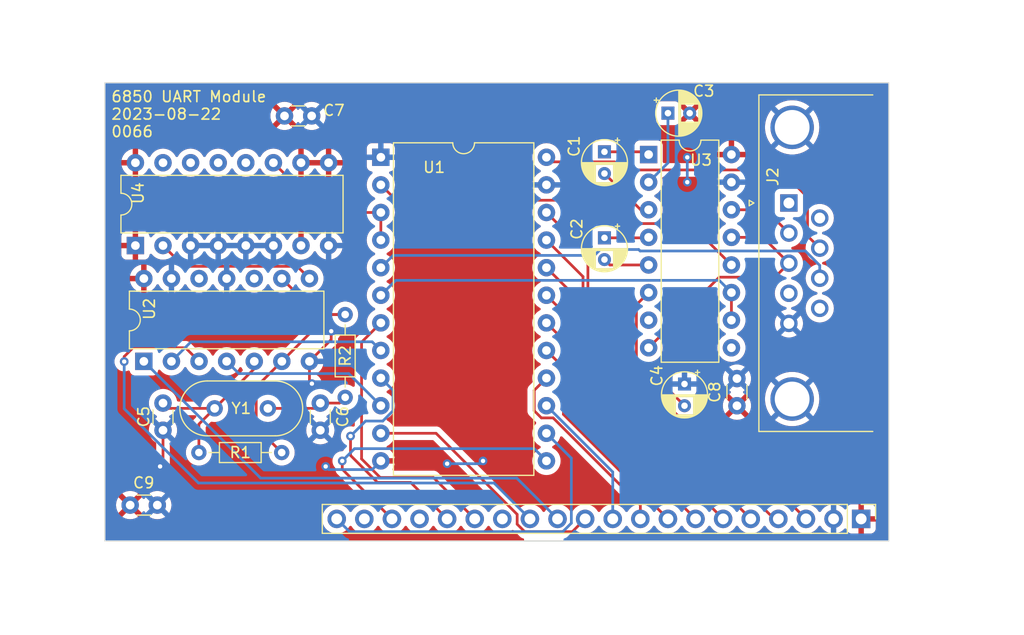
<source format=kicad_pcb>
(kicad_pcb (version 20221018) (generator pcbnew)
  (layers (0 "F.Cu" signal) (31 "B.Cu" signal) (34 "B.Paste" user) (35 "F.Paste" user) (36 "B.SilkS" user "B.Silkscreen") (37 "F.SilkS" user "F.Silkscreen") (38 "B.Mask" user) (39 "F.Mask" user) (44 "Edge.Cuts" user))
  (net 0 "")
  (net 1 "Net-(U3-C1+)")
  (net 2 "Net-(U3-C1-)")
  (net 3 "Net-(U3-C2+)")
  (net 4 "Net-(U3-C2-)")
  (net 5 "Net-(U3-VS+)")
  (net 6 "+5V")
  (net 7 "GND")
  (net 8 "Net-(U3-VS-)")
  (net 9 "Net-(C5-Pad1)")
  (net 10 "Net-(C6-Pad1)")
  (net 11 "D0")
  (net 12 "D1")
  (net 13 "D2")
  (net 14 "D3")
  (net 15 "D4")
  (net 16 "D5")
  (net 17 "D6")
  (net 18 "D7")
  (net 19 "A0")
  (net 20 "A1")
  (net 21 "A2")
  (net 22 "A3")
  (net 23 "~{INT}")
  (net 24 "~{CS}")
  (net 25 "~{RD}")
  (net 26 "~{WR}")
  (net 27 "~{RST}")
  (net 28 "CLK")
  (net 30 "Net-(U3-T1OUT)")
  (net 31 "Net-(U3-R1IN)")
  (net 34 "Net-(U1-~{CTS})")
  (net 35 "Net-(U1-~{RTS})")
  (net 37 "Net-(U1-Rx_Data)")
  (net 38 "Net-(U1-Rx_Clk)")
  (net 39 "Net-(U1-Tx_Data)")
  (net 40 "Net-(U1-CS0)")
  (net 41 "Net-(U1-CS1)")
  (net 42 "Net-(U4-CP)")
  (net 51 "Net-(R1-Pad2)")
  (footprint "Resistor_THT:R_Axial_DIN0204_L3.6mm_D1.6mm_P7.62mm_Horizontal" (layer "F.Cu") (at 41.671 55.616)
    (fp_text reference "R1" (at 3.81 0) (layer "F.SilkS"))
    (fp_text value "1M")
    (pad "1" thru_hole circle (at 0 0) (size 1.4 1.4) (drill 0.7) (layers "*.Cu" "*.Mask") (net 9 "Net-(C5-Pad1)"))
    (pad "2" thru_hole oval (at 7.62 0) (size 1.4 1.4) (drill 0.7) (layers "*.Cu" "*.Mask") (net 51 "Net-(R1-Pad2)"))
  )
  (footprint "Connector_Dsub:DSUB-9_Female_Horizontal_P2.77x2.84mm_EdgePinOffset4.94mm_Housed_MountingHolesOffset7.48mm" (layer "F.Cu") (at 95.966 32.651 90)
    (fp_text reference "J2" (at 2.425 -1.478 90) (layer "F.SilkS"))
    (fp_text value "DE9_Receptacle_MountingHoles")
    (pad "0" thru_hole circle (at -18.04 0.3 90) (size 4 4) (drill 3.2) (layers "*.Cu" "*.Mask") (net 7 "GND"))
    (pad "0" thru_hole circle (at 6.96 0.3 90) (size 4 4) (drill 3.2) (layers "*.Cu" "*.Mask") (net 7 "GND"))
    (pad "1" thru_hole rect (at 0 0 90) (size 1.6 1.6) (drill 1) (layers "*.Cu" "*.Mask"))
    (pad "2" thru_hole circle (at -2.77 0 90) (size 1.6 1.6) (drill 1) (layers "*.Cu" "*.Mask") (net 30 "Net-(U3-T1OUT)"))
    (pad "3" thru_hole circle (at -5.54 0 90) (size 1.6 1.6) (drill 1) (layers "*.Cu" "*.Mask") (net 31 "Net-(U3-R1IN)"))
    (pad "4" thru_hole circle (at -8.31 0 90) (size 1.6 1.6) (drill 1) (layers "*.Cu" "*.Mask"))
    (pad "5" thru_hole circle (at -11.08 0 90) (size 1.6 1.6) (drill 1) (layers "*.Cu" "*.Mask") (net 7 "GND"))
    (pad "6" thru_hole circle (at -1.385 2.84 90) (size 1.6 1.6) (drill 1) (layers "*.Cu" "*.Mask"))
    (pad "7" thru_hole circle (at -4.155 2.84 90) (size 1.6 1.6) (drill 1) (layers "*.Cu" "*.Mask") (net 34 "Net-(U1-~{CTS})"))
    (pad "8" thru_hole circle (at -6.925 2.84 90) (size 1.6 1.6) (drill 1) (layers "*.Cu" "*.Mask") (net 35 "Net-(U1-~{RTS})"))
    (pad "9" thru_hole circle (at -9.695 2.84 90) (size 1.6 1.6) (drill 1) (layers "*.Cu" "*.Mask"))
  )
  (footprint "Resistor_THT:R_Axial_DIN0204_L3.6mm_D1.6mm_P7.62mm_Horizontal" (layer "F.Cu") (at 55.133 50.536 90)
    (fp_text reference "R2" (at 3.81 0 90) (layer "F.SilkS"))
    (fp_text value "470")
    (pad "1" thru_hole circle (at 0 0 90) (size 1.4 1.4) (drill 0.7) (layers "*.Cu" "*.Mask") (net 10 "Net-(C6-Pad1)"))
    (pad "2" thru_hole oval (at 7.62 0 90) (size 1.4 1.4) (drill 0.7) (layers "*.Cu" "*.Mask") (net 51 "Net-(R1-Pad2)"))
  )
  (footprint "Package_DIP:DIP-14_W7.62mm" (layer "F.Cu") (at 36.606 47.224 90)
    (fp_text reference "U2" (at 4.826 0.508 90) (layer "F.SilkS"))
    (fp_text value "74HC14")
    (pad "1" thru_hole rect (at 0 0 90) (size 1.6 1.6) (drill 0.8) (layers "*.Cu" "*.Mask") (net 20 "A1"))
    (pad "2" thru_hole oval (at 0 2.54 90) (size 1.6 1.6) (drill 0.8) (layers "*.Cu" "*.Mask") (net 40 "Net-(U1-CS0)"))
    (pad "3" thru_hole oval (at 0 5.08 90) (size 1.6 1.6) (drill 0.8) (layers "*.Cu" "*.Mask") (net 21 "A2"))
    (pad "4" thru_hole oval (at 0 7.62 90) (size 1.6 1.6) (drill 0.8) (layers "*.Cu" "*.Mask") (net 41 "Net-(U1-CS1)"))
    (pad "5" thru_hole oval (at 0 10.16 90) (size 1.6 1.6) (drill 0.8) (layers "*.Cu" "*.Mask") (net 9 "Net-(C5-Pad1)"))
    (pad "6" thru_hole oval (at 0 12.7 90) (size 1.6 1.6) (drill 0.8) (layers "*.Cu" "*.Mask") (net 51 "Net-(R1-Pad2)"))
    (pad "7" thru_hole oval (at 0 15.24 90) (size 1.6 1.6) (drill 0.8) (layers "*.Cu" "*.Mask") (net 7 "GND"))
    (pad "8" thru_hole oval (at 7.62 15.24 90) (size 1.6 1.6) (drill 0.8) (layers "*.Cu" "*.Mask") (net 42 "Net-(U4-CP)"))
    (pad "9" thru_hole oval (at 7.62 12.7 90) (size 1.6 1.6) (drill 0.8) (layers "*.Cu" "*.Mask") (net 51 "Net-(R1-Pad2)"))
    (pad "10" thru_hole oval (at 7.62 10.16 90) (size 1.6 1.6) (drill 0.8) (layers "*.Cu" "*.Mask"))
    (pad "11" thru_hole oval (at 7.62 7.62 90) (size 1.6 1.6) (drill 0.8) (layers "*.Cu" "*.Mask") (net 7 "GND"))
    (pad "12" thru_hole oval (at 7.62 5.08 90) (size 1.6 1.6) (drill 0.8) (layers "*.Cu" "*.Mask"))
    (pad "13" thru_hole oval (at 7.62 2.54 90) (size 1.6 1.6) (drill 0.8) (layers "*.Cu" "*.Mask") (net 7 "GND"))
    (pad "14" thru_hole oval (at 7.62 0 90) (size 1.6 1.6) (drill 0.8) (layers "*.Cu" "*.Mask") (net 6 "+5V"))
  )
  (footprint "Capacitor_THT:C_Disc_D3.0mm_W1.6mm_P2.50mm" (layer "F.Cu") (at 52.847 51.064 -90)
    (fp_text reference "C6" (at 1.25 -2.05 90) (layer "F.SilkS"))
    (fp_text value "22pF")
    (pad "1" thru_hole circle (at 0 0 270) (size 1.6 1.6) (drill 0.8) (layers "*.Cu" "*.Mask") (net 10 "Net-(C6-Pad1)"))
    (pad "2" thru_hole circle (at 2.5 0 270) (size 1.6 1.6) (drill 0.8) (layers "*.Cu" "*.Mask") (net 7 "GND"))
  )
  (footprint "Capacitor_THT:CP_Radial_D4.0mm_P2.00mm" (layer "F.Cu") (at 86.36 49.308 -90)
    (fp_text reference "C4" (at -0.762 2.54 90) (layer "F.SilkS"))
    (fp_text value "1µF")
    (pad "1" thru_hole rect (at 0 0 270) (size 1.2 1.2) (drill 0.6) (layers "*.Cu" "*.Mask") (net 7 "GND"))
    (pad "2" thru_hole circle (at 2 0 270) (size 1.2 1.2) (drill 0.6) (layers "*.Cu" "*.Mask") (net 8 "Net-(U3-VS-)"))
  )
  (footprint "Capacitor_THT:CP_Radial_D4.0mm_P2.00mm" (layer "F.Cu") (at 78.994 35.857401 -90)
    (fp_text reference "C2" (at -0.805401 2.54 90) (layer "F.SilkS"))
    (fp_text value "1µF")
    (pad "1" thru_hole rect (at 0 0 270) (size 1.2 1.2) (drill 0.6) (layers "*.Cu" "*.Mask") (net 3 "Net-(U3-C2+)"))
    (pad "2" thru_hole circle (at 2 0 270) (size 1.2 1.2) (drill 0.6) (layers "*.Cu" "*.Mask") (net 4 "Net-(U3-C2-)"))
  )
  (footprint "Package_DIP:DIP-16_W7.62mm" (layer "F.Cu") (at 35.829 36.566 90)
    (fp_text reference "U4" (at 4.826 0.254 90) (layer "F.SilkS"))
    (fp_text value "74LS163")
    (pad "1" thru_hole rect (at 0 0 90) (size 1.6 1.6) (drill 0.8) (layers "*.Cu" "*.Mask") (net 6 "+5V"))
    (pad "2" thru_hole oval (at 0 2.54 90) (size 1.6 1.6) (drill 0.8) (layers "*.Cu" "*.Mask") (net 42 "Net-(U4-CP)"))
    (pad "3" thru_hole oval (at 0 5.08 90) (size 1.6 1.6) (drill 0.8) (layers "*.Cu" "*.Mask") (net 7 "GND"))
    (pad "4" thru_hole oval (at 0 7.62 90) (size 1.6 1.6) (drill 0.8) (layers "*.Cu" "*.Mask") (net 7 "GND"))
    (pad "5" thru_hole oval (at 0 10.16 90) (size 1.6 1.6) (drill 0.8) (layers "*.Cu" "*.Mask") (net 7 "GND"))
    (pad "6" thru_hole oval (at 0 12.7 90) (size 1.6 1.6) (drill 0.8) (layers "*.Cu" "*.Mask") (net 7 "GND"))
    (pad "7" thru_hole oval (at 0 15.24 90) (size 1.6 1.6) (drill 0.8) (layers "*.Cu" "*.Mask") (net 6 "+5V"))
    (pad "8" thru_hole oval (at 0 17.78 90) (size 1.6 1.6) (drill 0.8) (layers "*.Cu" "*.Mask") (net 7 "GND"))
    (pad "9" thru_hole oval (at 7.62 17.78 90) (size 1.6 1.6) (drill 0.8) (layers "*.Cu" "*.Mask") (net 6 "+5V"))
    (pad "10" thru_hole oval (at 7.62 15.24 90) (size 1.6 1.6) (drill 0.8) (layers "*.Cu" "*.Mask") (net 6 "+5V"))
    (pad "11" thru_hole oval (at 7.62 12.7 90) (size 1.6 1.6) (drill 0.8) (layers "*.Cu" "*.Mask") (net 38 "Net-(U1-Rx_Clk)"))
    (pad "12" thru_hole oval (at 7.62 10.16 90) (size 1.6 1.6) (drill 0.8) (layers "*.Cu" "*.Mask"))
    (pad "13" thru_hole oval (at 7.62 7.62 90) (size 1.6 1.6) (drill 0.8) (layers "*.Cu" "*.Mask"))
    (pad "14" thru_hole oval (at 7.62 5.08 90) (size 1.6 1.6) (drill 0.8) (layers "*.Cu" "*.Mask"))
    (pad "15" thru_hole oval (at 7.62 2.54 90) (size 1.6 1.6) (drill 0.8) (layers "*.Cu" "*.Mask"))
    (pad "16" thru_hole oval (at 7.62 0 90) (size 1.6 1.6) (drill 0.8) (layers "*.Cu" "*.Mask") (net 6 "+5V"))
  )
  (footprint "Capacitor_THT:CP_Radial_D4.0mm_P2.00mm" (layer "F.Cu") (at 84.836 24.384)
    (fp_text reference "C3" (at 3.302 -2.032) (layer "F.SilkS"))
    (fp_text value "1µF")
    (pad "1" thru_hole rect (at 0 0) (size 1.2 1.2) (drill 0.6) (layers "*.Cu" "*.Mask") (net 5 "Net-(U3-VS+)"))
    (pad "2" thru_hole circle (at 2 0) (size 1.2 1.2) (drill 0.6) (layers "*.Cu" "*.Mask") (net 6 "+5V"))
  )
  (footprint "Capacitor_THT:C_Disc_D3.0mm_W1.6mm_P2.50mm" (layer "F.Cu") (at 91.186 51.308 90)
    (fp_text reference "C8" (at 1.25 -2.05 90) (layer "F.SilkS"))
    (fp_text value "100nF")
    (pad "1" thru_hole circle (at 0 0 90) (size 1.6 1.6) (drill 0.8) (layers "*.Cu" "*.Mask") (net 6 "+5V"))
    (pad "2" thru_hole circle (at 2.5 0 90) (size 1.6 1.6) (drill 0.8) (layers "*.Cu" "*.Mask") (net 7 "GND"))
  )
  (footprint "Package_DIP:DIP-24_W15.24mm" (layer "F.Cu") (at 58.415 28.443)
    (fp_text reference "U1" (at 4.906 0.928) (layer "F.SilkS"))
    (fp_text value "EF6850P")
    (pad "1" thru_hole rect (at 0 0) (size 1.6 1.6) (drill 0.8) (layers "*.Cu" "*.Mask") (net 7 "GND"))
    (pad "2" thru_hole oval (at 0 2.54) (size 1.6 1.6) (drill 0.8) (layers "*.Cu" "*.Mask") (net 37 "Net-(U1-Rx_Data)"))
    (pad "3" thru_hole oval (at 0 5.08) (size 1.6 1.6) (drill 0.8) (layers "*.Cu" "*.Mask") (net 38 "Net-(U1-Rx_Clk)"))
    (pad "4" thru_hole oval (at 0 7.62) (size 1.6 1.6) (drill 0.8) (layers "*.Cu" "*.Mask") (net 38 "Net-(U1-Rx_Clk)"))
    (pad "5" thru_hole oval (at 0 10.16) (size 1.6 1.6) (drill 0.8) (layers "*.Cu" "*.Mask") (net 35 "Net-(U1-~{RTS})"))
    (pad "6" thru_hole oval (at 0 12.7) (size 1.6 1.6) (drill 0.8) (layers "*.Cu" "*.Mask") (net 39 "Net-(U1-Tx_Data)"))
    (pad "7" thru_hole oval (at 0 15.24) (size 1.6 1.6) (drill 0.8) (layers "*.Cu" "*.Mask") (net 23 "~{INT}"))
    (pad "8" thru_hole oval (at 0 17.78) (size 1.6 1.6) (drill 0.8) (layers "*.Cu" "*.Mask") (net 40 "Net-(U1-CS0)"))
    (pad "9" thru_hole oval (at 0 20.32) (size 1.6 1.6) (drill 0.8) (layers "*.Cu" "*.Mask") (net 24 "~{CS}"))
    (pad "10" thru_hole oval (at 0 22.86) (size 1.6 1.6) (drill 0.8) (layers "*.Cu" "*.Mask") (net 41 "Net-(U1-CS1)"))
    (pad "11" thru_hole oval (at 0 25.4) (size 1.6 1.6) (drill 0.8) (layers "*.Cu" "*.Mask") (net 19 "A0"))
    (pad "12" thru_hole oval (at 0 27.94) (size 1.6 1.6) (drill 0.8) (layers "*.Cu" "*.Mask") (net 6 "+5V"))
    (pad "13" thru_hole oval (at 15.24 27.94) (size 1.6 1.6) (drill 0.8) (layers "*.Cu" "*.Mask") (net 26 "~{WR}"))
    (pad "14" thru_hole oval (at 15.24 25.4) (size 1.6 1.6) (drill 0.8) (layers "*.Cu" "*.Mask") (net 28 "CLK"))
    (pad "15" thru_hole oval (at 15.24 22.86) (size 1.6 1.6) (drill 0.8) (layers "*.Cu" "*.Mask") (net 18 "D7"))
    (pad "16" thru_hole oval (at 15.24 20.32) (size 1.6 1.6) (drill 0.8) (layers "*.Cu" "*.Mask") (net 17 "D6"))
    (pad "17" thru_hole oval (at 15.24 17.78) (size 1.6 1.6) (drill 0.8) (layers "*.Cu" "*.Mask") (net 16 "D5"))
    (pad "18" thru_hole oval (at 15.24 15.24) (size 1.6 1.6) (drill 0.8) (layers "*.Cu" "*.Mask") (net 15 "D4"))
    (pad "19" thru_hole oval (at 15.24 12.7) (size 1.6 1.6) (drill 0.8) (layers "*.Cu" "*.Mask") (net 14 "D3"))
    (pad "20" thru_hole oval (at 15.24 10.16) (size 1.6 1.6) (drill 0.8) (layers "*.Cu" "*.Mask") (net 13 "D2"))
    (pad "21" thru_hole oval (at 15.24 7.62) (size 1.6 1.6) (drill 0.8) (layers "*.Cu" "*.Mask") (net 12 "D1"))
    (pad "22" thru_hole oval (at 15.24 5.08) (size 1.6 1.6) (drill 0.8) (layers "*.Cu" "*.Mask") (net 11 "D0"))
    (pad "23" thru_hole oval (at 15.24 2.54) (size 1.6 1.6) (drill 0.8) (layers "*.Cu" "*.Mask") (net 7 "GND"))
    (pad "24" thru_hole oval (at 15.24 0) (size 1.6 1.6) (drill 0.8) (layers "*.Cu" "*.Mask") (net 34 "Net-(U1-~{CTS})"))
  )
  (footprint "Capacitor_THT:C_Disc_D3.0mm_W1.6mm_P2.50mm" (layer "F.Cu") (at 49.55 24.638)
    (fp_text reference "C7" (at 4.552 -0.508) (layer "F.SilkS"))
    (fp_text value "100nF")
    (pad "1" thru_hole circle (at 0 0) (size 1.6 1.6) (drill 0.8) (layers "*.Cu" "*.Mask") (net 6 "+5V"))
    (pad "2" thru_hole circle (at 2.5 0) (size 1.6 1.6) (drill 0.8) (layers "*.Cu" "*.Mask") (net 7 "GND"))
  )
  (footprint "Capacitor_THT:C_Disc_D3.0mm_W1.6mm_P2.50mm" (layer "F.Cu") (at 38.369 51.064 -90)
    (fp_text reference "C5" (at 1.25 1.778 90) (layer "F.SilkS"))
    (fp_text value "22pF")
    (pad "1" thru_hole circle (at 0 0 270) (size 1.6 1.6) (drill 0.8) (layers "*.Cu" "*.Mask") (net 9 "Net-(C5-Pad1)"))
    (pad "2" thru_hole circle (at 2.5 0 270) (size 1.6 1.6) (drill 0.8) (layers "*.Cu" "*.Mask") (net 7 "GND"))
  )
  (footprint "Crystal:Crystal_HC18-U_Vertical" (layer "F.Cu") (at 43.121 51.552)
    (fp_text reference "Y1" (at 2.45 0) (layer "F.SilkS"))
    (fp_text value "3.6864MHz")
    (pad "1" thru_hole circle (at 0 0) (size 1.5 1.5) (drill 0.8) (layers "*.Cu" "*.Mask") (net 9 "Net-(C5-Pad1)"))
    (pad "2" thru_hole circle (at 4.9 0) (size 1.5 1.5) (drill 0.8) (layers "*.Cu" "*.Mask") (net 10 "Net-(C6-Pad1)"))
  )
  (footprint "Capacitor_THT:C_Disc_D3.0mm_W1.6mm_P2.50mm" (layer "F.Cu") (at 35.346 60.452)
    (fp_text reference "C9" (at 1.25 -2.05) (layer "F.SilkS"))
    (fp_text value "100nF")
    (pad "1" thru_hole circle (at 0 0) (size 1.6 1.6) (drill 0.8) (layers "*.Cu" "*.Mask") (net 6 "+5V"))
    (pad "2" thru_hole circle (at 2.5 0) (size 1.6 1.6) (drill 0.8) (layers "*.Cu" "*.Mask") (net 7 "GND"))
  )
  (footprint "Package_DIP:DIP-16_W7.62mm" (layer "F.Cu") (at 83.058 28.194)
    (fp_text reference "U3" (at 4.826 0.508) (layer "F.SilkS"))
    (fp_text value "MAX232")
    (pad "1" thru_hole rect (at 0 0) (size 1.6 1.6) (drill 0.8) (layers "*.Cu" "*.Mask") (net 1 "Net-(U3-C1+)"))
    (pad "2" thru_hole oval (at 0 2.54) (size 1.6 1.6) (drill 0.8) (layers "*.Cu" "*.Mask") (net 5 "Net-(U3-VS+)"))
    (pad "3" thru_hole oval (at 0 5.08) (size 1.6 1.6) (drill 0.8) (layers "*.Cu" "*.Mask") (net 2 "Net-(U3-C1-)"))
    (pad "4" thru_hole oval (at 0 7.62) (size 1.6 1.6) (drill 0.8) (layers "*.Cu" "*.Mask") (net 3 "Net-(U3-C2+)"))
    (pad "5" thru_hole oval (at 0 10.16) (size 1.6 1.6) (drill 0.8) (layers "*.Cu" "*.Mask") (net 4 "Net-(U3-C2-)"))
    (pad "6" thru_hole oval (at 0 12.7) (size 1.6 1.6) (drill 0.8) (layers "*.Cu" "*.Mask") (net 8 "Net-(U3-VS-)"))
    (pad "7" thru_hole oval (at 0 15.24) (size 1.6 1.6) (drill 0.8) (layers "*.Cu" "*.Mask"))
    (pad "8" thru_hole oval (at 0 17.78) (size 1.6 1.6) (drill 0.8) (layers "*.Cu" "*.Mask") (net 31 "Net-(U3-R1IN)"))
    (pad "9" thru_hole oval (at 7.62 17.78) (size 1.6 1.6) (drill 0.8) (layers "*.Cu" "*.Mask"))
    (pad "10" thru_hole oval (at 7.62 15.24) (size 1.6 1.6) (drill 0.8) (layers "*.Cu" "*.Mask") (net 39 "Net-(U1-Tx_Data)"))
    (pad "11" thru_hole oval (at 7.62 12.7) (size 1.6 1.6) (drill 0.8) (layers "*.Cu" "*.Mask") (net 39 "Net-(U1-Tx_Data)"))
    (pad "12" thru_hole oval (at 7.62 10.16) (size 1.6 1.6) (drill 0.8) (layers "*.Cu" "*.Mask") (net 37 "Net-(U1-Rx_Data)"))
    (pad "13" thru_hole oval (at 7.62 7.62) (size 1.6 1.6) (drill 0.8) (layers "*.Cu" "*.Mask") (net 31 "Net-(U3-R1IN)"))
    (pad "14" thru_hole oval (at 7.62 5.08) (size 1.6 1.6) (drill 0.8) (layers "*.Cu" "*.Mask") (net 30 "Net-(U3-T1OUT)"))
    (pad "15" thru_hole oval (at 7.62 2.54) (size 1.6 1.6) (drill 0.8) (layers "*.Cu" "*.Mask") (net 7 "GND"))
    (pad "16" thru_hole oval (at 7.62 0) (size 1.6 1.6) (drill 0.8) (layers "*.Cu" "*.Mask") (net 6 "+5V"))
  )
  (footprint "Connector_PinHeader_2.54mm:PinHeader_1x20_P2.54mm_Vertical" (layer "F.Cu") (at 102.616 61.722 -90)
    (fp_text reference "J1" hide)
    (fp_text value "Conn_01x20" hide)
    (pad "1" thru_hole rect (at 0 0 270) (size 1.7 1.7) (drill 1) (layers "*.Cu" "*.Mask") (net 6 "+5V"))
    (pad "2" thru_hole oval (at 0 2.54 270) (size 1.7 1.7) (drill 1) (layers "*.Cu" "*.Mask") (net 7 "GND"))
    (pad "3" thru_hole oval (at 0 5.08 270) (size 1.7 1.7) (drill 1) (layers "*.Cu" "*.Mask") (net 11 "D0"))
    (pad "4" thru_hole oval (at 0 7.62 270) (size 1.7 1.7) (drill 1) (layers "*.Cu" "*.Mask") (net 12 "D1"))
    (pad "5" thru_hole oval (at 0 10.16 270) (size 1.7 1.7) (drill 1) (layers "*.Cu" "*.Mask") (net 13 "D2"))
    (pad "6" thru_hole oval (at 0 12.7 270) (size 1.7 1.7) (drill 1) (layers "*.Cu" "*.Mask") (net 14 "D3"))
    (pad "7" thru_hole oval (at 0 15.24 270) (size 1.7 1.7) (drill 1) (layers "*.Cu" "*.Mask") (net 15 "D4"))
    (pad "8" thru_hole oval (at 0 17.78 270) (size 1.7 1.7) (drill 1) (layers "*.Cu" "*.Mask") (net 16 "D5"))
    (pad "9" thru_hole oval (at 0 20.32 270) (size 1.7 1.7) (drill 1) (layers "*.Cu" "*.Mask") (net 17 "D6"))
    (pad "10" thru_hole oval (at 0 22.86 270) (size 1.7 1.7) (drill 1) (layers "*.Cu" "*.Mask") (net 18 "D7"))
    (pad "11" thru_hole oval (at 0 25.4 270) (size 1.7 1.7) (drill 1) (layers "*.Cu" "*.Mask") (net 19 "A0"))
    (pad "12" thru_hole oval (at 0 27.94 270) (size 1.7 1.7) (drill 1) (layers "*.Cu" "*.Mask") (net 20 "A1"))
    (pad "13" thru_hole oval (at 0 30.48 270) (size 1.7 1.7) (drill 1) (layers "*.Cu" "*.Mask") (net 21 "A2"))
    (pad "14" thru_hole oval (at 0 33.02 270) (size 1.7 1.7) (drill 1) (layers "*.Cu" "*.Mask") (net 22 "A3"))
    (pad "15" thru_hole oval (at 0 35.56 270) (size 1.7 1.7) (drill 1) (layers "*.Cu" "*.Mask") (net 23 "~{INT}"))
    (pad "16" thru_hole oval (at 0 38.1 270) (size 1.7 1.7) (drill 1) (layers "*.Cu" "*.Mask") (net 24 "~{CS}"))
    (pad "17" thru_hole oval (at 0 40.64 270) (size 1.7 1.7) (drill 1) (layers "*.Cu" "*.Mask") (net 25 "~{RD}"))
    (pad "18" thru_hole oval (at 0 43.18 270) (size 1.7 1.7) (drill 1) (layers "*.Cu" "*.Mask") (net 26 "~{WR}"))
    (pad "19" thru_hole oval (at 0 45.72 270) (size 1.7 1.7) (drill 1) (layers "*.Cu" "*.Mask") (net 27 "~{RST}"))
    (pad "20" thru_hole oval (at 0 48.26 270) (size 1.7 1.7) (drill 1) (layers "*.Cu" "*.Mask") (net 28 "CLK"))
  )
  (footprint "Capacitor_THT:CP_Radial_D4.0mm_P2.00mm" (layer "F.Cu") (at 78.994 27.94 -90)
    (fp_text reference "C1" (at -0.508 2.794 90) (layer "F.SilkS"))
    (fp_text value "1µF")
    (pad "1" thru_hole rect (at 0 0 270) (size 1.2 1.2) (drill 0.6) (layers "*.Cu" "*.Mask") (net 1 "Net-(U3-C1+)"))
    (pad "2" thru_hole circle (at 2 0 270) (size 1.2 1.2) (drill 0.6) (layers "*.Cu" "*.Mask") (net 2 "Net-(U3-C1-)"))
  )
  (gr_rect (start 33.02 21.59) (end 105.156 63.754) (stroke (width 0.1)) (fill none) (layer "Edge.Cuts"))
  (gr_text "6850 UART Module\n2023-08-22\n0066" (at 33.528 26.67) (layer "F.SilkS") (effects (font (size 1 1)) (justify left bottom)))
  (segment (start 78.994 27.94) (end 82.804 27.94) (width 0.25) (layer "F.Cu") (net 1))
  (segment (start 82.804 27.94) (end 83.058 28.194) (width 0.25) (layer "F.Cu") (net 1))
  (segment (start 78.994 29.94) (end 82.328 33.274) (width 0.25) (layer "F.Cu") (net 2))
  (segment (start 82.328 33.274) (end 83.058 33.274) (width 0.25) (layer "F.Cu") (net 2))
  (segment (start 83.014599 35.857401) (end 83.058 35.814) (width 0.25) (layer "F.Cu") (net 3))
  (segment (start 78.994 35.857401) (end 83.014599 35.857401) (width 0.25) (layer "F.Cu") (net 3))
  (segment (start 79.490599 38.354) (end 78.994 37.857401) (width 0.25) (layer "F.Cu") (net 4))
  (segment (start 83.058 38.354) (end 79.490599 38.354) (width 0.25) (layer "F.Cu") (net 4))
  (segment (start 84.836 24.384) (end 84.836 28.956) (width 0.25) (layer "B.Cu") (net 5))
  (segment (start 84.836 28.956) (end 83.058 30.734) (width 0.25) (layer "B.Cu") (net 5))
  (via (at 67.818 56.388) (size 0.8) (drill 0.4) (layers "F.Cu" "B.Cu") (net 6))
  (via (at 53.34 56.896) (size 0.8) (drill 0.4) (layers "F.Cu" "B.Cu") (net 6))
  (via (at 86.614 28.448) (size 0.8) (drill 0.4) (layers "F.Cu" "B.Cu") (net 6))
  (via (at 86.614 30.734) (size 0.8) (drill 0.4) (layers "F.Cu" "B.Cu") (net 6))
  (via (at 64.516 56.642) (size 0.8) (drill 0.4) (layers "F.Cu" "B.Cu") (net 6))
  (segment (start 64.516 56.642) (end 67.564 56.642) (width 0.25) (layer "B.Cu") (net 6))
  (segment (start 58.415 56.383) (end 57.615001 57.182999) (width 0.25) (layer "B.Cu") (net 6))
  (segment (start 57.615001 57.182999) (end 53.626999 57.182999) (width 0.25) (layer "B.Cu") (net 6))
  (segment (start 53.626999 57.182999) (end 53.34 56.896) (width 0.25) (layer "B.Cu") (net 6))
  (segment (start 67.564 56.642) (end 67.818 56.388) (width 0.25) (layer "B.Cu") (net 6))
  (segment (start 86.614 28.448) (end 86.614 30.734) (width 0.25) (layer "B.Cu") (net 6))
  (segment (start 51.846 49.052) (end 52.07 49.276) (width 0.25) (layer "F.Cu") (net 7))
  (segment (start 51.846 47.224) (end 53.848 45.222) (width 0.25) (layer "F.Cu") (net 7))
  (segment (start 53.848 45.222) (end 53.848 44.45) (width 0.25) (layer "F.Cu") (net 7))
  (segment (start 51.846 47.224) (end 51.846 49.052) (width 0.25) (layer "F.Cu") (net 7))
  (segment (start 38.369 53.564) (end 38.369 56.627) (width 0.25) (layer "F.Cu") (net 7))
  (segment (start 38.369 56.627) (end 38.1 56.896) (width 0.25) (layer "F.Cu") (net 7))
  (via (at 52.07 49.276) (size 0.8) (drill 0.4) (layers "F.Cu" "B.Cu") (net 7))
  (via (at 53.848 44.45) (size 0.8) (drill 0.4) (layers "F.Cu" "B.Cu") (net 7))
  (via (at 38.1 56.896) (size 0.8) (drill 0.4) (layers "F.Cu" "B.Cu") (net 7))
  (segment (start 86.36 51.308) (end 81.933 46.881) (width 0.25) (layer "F.Cu") (net 8))
  (segment (start 81.933 46.881) (end 81.933 42.019) (width 0.25) (layer "F.Cu") (net 8))
  (segment (start 81.933 42.019) (end 83.058 40.894) (width 0.25) (layer "F.Cu") (net 8))
  (segment (start 46.766 47.907) (end 46.766 47.224) (width 0.25) (layer "F.Cu") (net 9))
  (segment (start 41.671 53.002) (end 43.121 51.552) (width 0.25) (layer "F.Cu") (net 9))
  (segment (start 43.121 51.552) (end 38.857 51.552) (width 0.25) (layer "F.Cu") (net 9))
  (segment (start 38.857 51.552) (end 38.369 51.064) (width 0.25) (layer "F.Cu") (net 9))
  (segment (start 41.671 55.616) (end 41.671 53.002) (width 0.25) (layer "F.Cu") (net 9))
  (segment (start 43.121 51.552) (end 46.766 47.907) (width 0.25) (layer "F.Cu") (net 9))
  (segment (start 52.359 51.552) (end 52.847 51.064) (width 0.25) (layer "F.Cu") (net 10))
  (segment (start 54.605 51.064) (end 55.133 50.536) (width 0.25) (layer "F.Cu") (net 10))
  (segment (start 52.847 51.064) (end 54.605 51.064) (width 0.25) (layer "F.Cu") (net 10))
  (segment (start 48.021 51.552) (end 52.359 51.552) (width 0.25) (layer "F.Cu") (net 10))
  (segment (start 85.761 52.233) (end 77.47 43.942) (width 0.25) (layer "F.Cu") (net 11))
  (segment (start 88.047 52.233) (end 85.761 52.233) (width 0.25) (layer "F.Cu") (net 11))
  (segment (start 77.47 37.338) (end 73.655 33.523) (width 0.25) (layer "F.Cu") (net 11))
  (segment (start 77.47 43.942) (end 77.47 37.338) (width 0.25) (layer "F.Cu") (net 11))
  (segment (start 97.536 61.722) (end 88.047 52.233) (width 0.25) (layer "F.Cu") (net 11))
  (segment (start 77.02 39.428) (end 77.02 44.128396) (width 0.25) (layer "F.Cu") (net 12))
  (segment (start 94.613604 61.722) (end 94.996 61.722) (width 0.25) (layer "F.Cu") (net 12))
  (segment (start 77.02 44.128396) (end 94.613604 61.722) (width 0.25) (layer "F.Cu") (net 12))
  (segment (start 73.655 36.063) (end 77.02 39.428) (width 0.25) (layer "F.Cu") (net 12))
  (segment (start 92.456 61.722) (end 76.57 45.836) (width 0.25) (layer "F.Cu") (net 13))
  (segment (start 76.57 45.836) (end 76.57 41.518) (width 0.25) (layer "F.Cu") (net 13))
  (segment (start 76.57 41.518) (end 73.655 38.603) (width 0.25) (layer "F.Cu") (net 13))
  (segment (start 73.655 41.143) (end 76.12 43.608) (width 0.25) (layer "F.Cu") (net 14))
  (segment (start 76.12 43.608) (end 76.12 47.926) (width 0.25) (layer "F.Cu") (net 14))
  (segment (start 76.12 47.926) (end 89.916 61.722) (width 0.25) (layer "F.Cu") (net 14))
  (segment (start 75.67 45.698) (end 73.655 43.683) (width 0.25) (layer "F.Cu") (net 15))
  (segment (start 75.67 50.016) (end 75.67 45.698) (width 0.25) (layer "F.Cu") (net 15))
  (segment (start 87.376 61.722) (end 75.67 50.016) (width 0.25) (layer "F.Cu") (net 15))
  (segment (start 75.22 47.788) (end 75.22 52.106) (width 0.25) (layer "F.Cu") (net 16))
  (segment (start 75.22 52.106) (end 84.836 61.722) (width 0.25) (layer "F.Cu") (net 16))
  (segment (start 73.655 46.223) (end 75.22 47.788) (width 0.25) (layer "F.Cu") (net 16))
  (segment (start 72.53 51.768991) (end 73.189009 52.428) (width 0.25) (layer "F.Cu") (net 17))
  (segment (start 72.53 49.888) (end 72.53 51.768991) (width 0.25) (layer "F.Cu") (net 17))
  (segment (start 82.296 60.452) (end 82.296 61.722) (width 0.25) (layer "F.Cu") (net 17))
  (segment (start 74.272 52.428) (end 82.296 60.452) (width 0.25) (layer "F.Cu") (net 17))
  (segment (start 73.189009 52.428) (end 74.272 52.428) (width 0.25) (layer "F.Cu") (net 17))
  (segment (start 73.655 48.763) (end 72.53 49.888) (width 0.25) (layer "F.Cu") (net 17))
  (segment (start 79.756 61.722) (end 79.756 57.404) (width 0.25) (layer "B.Cu") (net 18))
  (segment (start 79.756 57.404) (end 73.655 51.303) (width 0.25) (layer "B.Cu") (net 18))
  (segment (start 70.961 62.208701) (end 70.961 61.309) (width 0.25) (layer "F.Cu") (net 19))
  (segment (start 76.041 62.897) (end 71.649299 62.897) (width 0.25) (layer "F.Cu") (net 19))
  (segment (start 70.961 61.309) (end 63.495 53.843) (width 0.25) (layer "F.Cu") (net 19))
  (segment (start 77.216 61.722) (end 76.041 62.897) (width 0.25) (layer "F.Cu") (net 19))
  (segment (start 63.495 53.843) (end 58.415 53.843) (width 0.25) (layer "F.Cu") (net 19))
  (segment (start 71.649299 62.897) (end 70.961 62.208701) (width 0.25) (layer "F.Cu") (net 19))
  (segment (start 74.676 61.722) (end 70.924 57.97) (width 0.25) (layer "B.Cu") (net 20))
  (segment (start 47.352 57.97) (end 36.606 47.224) (width 0.25) (layer "B.Cu") (net 20))
  (segment (start 70.924 57.97) (end 47.352 57.97) (width 0.25) (layer "B.Cu") (net 20))
  (segment (start 35.606 45.974) (end 40.436 45.974) (width 0.25) (layer "F.Cu") (net 21))
  (segment (start 34.798 46.782) (end 35.606 45.974) (width 0.25) (layer "F.Cu") (net 21))
  (segment (start 34.798 47.244) (end 34.798 46.782) (width 0.25) (layer "F.Cu") (net 21))
  (segment (start 40.436 45.974) (end 41.686 47.224) (width 0.25) (layer "F.Cu") (net 21))
  (via (at 34.798 47.244) (size 0.8) (drill 0.4) (layers "F.Cu" "B.Cu") (net 21))
  (segment (start 41.634009 58.42) (end 34.798 51.583991) (width 0.25) (layer "B.Cu") (net 21))
  (segment (start 68.834 58.42) (end 41.634009 58.42) (width 0.25) (layer "B.Cu") (net 21))
  (segment (start 72.136 61.722) (end 68.834 58.42) (width 0.25) (layer "B.Cu") (net 21))
  (segment (start 34.798 51.583991) (end 34.798 47.244) (width 0.25) (layer "B.Cu") (net 21))
  (segment (start 56.642 56.200991) (end 56.642 45.456) (width 0.25) (layer "F.Cu") (net 23))
  (segment (start 63.246 57.912) (end 58.353009 57.912) (width 0.25) (layer "F.Cu") (net 23))
  (segment (start 67.056 61.722) (end 63.246 57.912) (width 0.25) (layer "F.Cu") (net 23))
  (segment (start 56.642 45.456) (end 58.415 43.683) (width 0.25) (layer "F.Cu") (net 23))
  (segment (start 58.353009 57.912) (end 56.642 56.200991) (width 0.25) (layer "F.Cu") (net 23))
  (segment (start 55.626 55.88) (end 55.626 54.102) (width 0.25) (layer "F.Cu") (net 24))
  (segment (start 58.108 58.362) (end 55.626 55.88) (width 0.25) (layer "F.Cu") (net 24))
  (segment (start 64.516 61.722) (end 61.156 58.362) (width 0.25) (layer "F.Cu") (net 24))
  (segment (start 61.156 58.362) (end 58.108 58.362) (width 0.25) (layer "F.Cu") (net 24))
  (via (at 55.626 54.102) (size 0.8) (drill 0.4) (layers "F.Cu" "B.Cu") (net 24))
  (segment (start 59.54 51.768991) (end 58.590991 52.718) (width 0.25) (layer "B.Cu") (net 24))
  (segment (start 59.54 49.888) (end 59.54 51.768991) (width 0.25) (layer "B.Cu") (net 24))
  (segment (start 58.590991 52.718) (end 57.01 52.718) (width 0.25) (layer "B.Cu") (net 24))
  (segment (start 58.415 48.763) (end 59.54 49.888) (width 0.25) (layer "B.Cu") (net 24))
  (segment (start 57.01 52.718) (end 55.626 54.102) (width 0.25) (layer "B.Cu") (net 24))
  (segment (start 59.436 61.722) (end 54.864 57.15) (width 0.25) (layer "F.Cu") (net 26))
  (segment (start 54.864 57.15) (end 54.864 56.388) (width 0.25) (layer "F.Cu") (net 26))
  (via (at 54.864 56.388) (size 0.8) (drill 0.4) (layers "F.Cu" "B.Cu") (net 26))
  (segment (start 72.53 55.258) (end 73.655 56.383) (width 0.25) (layer "B.Cu") (net 26))
  (segment (start 55.994 55.258) (end 72.53 55.258) (width 0.25) (layer "B.Cu") (net 26))
  (segment (start 54.864 56.388) (end 55.994 55.258) (width 0.25) (layer "B.Cu") (net 26))
  (segment (start 75.162701 62.897) (end 75.946 62.113701) (width 0.25) (layer "B.Cu") (net 28))
  (segment (start 75.946 56.134) (end 73.655 53.843) (width 0.25) (layer "B.Cu") (net 28))
  (segment (start 55.531 62.897) (end 75.162701 62.897) (width 0.25) (layer "B.Cu") (net 28))
  (segment (start 54.356 61.722) (end 55.531 62.897) (width 0.25) (layer "B.Cu") (net 28))
  (segment (start 75.946 62.113701) (end 75.946 56.134) (width 0.25) (layer "B.Cu") (net 28))
  (segment (start 95.966 35.421) (end 93.819 33.274) (width 0.25) (layer "F.Cu") (net 30))
  (segment (start 93.819 33.274) (end 90.678 33.274) (width 0.25) (layer "F.Cu") (net 30))
  (segment (start 83.058 45.974) (end 89.553 39.479) (width 0.25) (layer "F.Cu") (net 31))
  (segment (start 90.678 35.814) (end 93.589 35.814) (width 0.25) (layer "F.Cu") (net 31))
  (segment (start 93.589 35.814) (end 95.966 38.191) (width 0.25) (layer "F.Cu") (net 31))
  (segment (start 89.553 39.479) (end 94.678 39.479) (width 0.25) (layer "F.Cu") (net 31))
  (segment (start 94.678 39.479) (end 95.966 38.191) (width 0.25) (layer "F.Cu") (net 31))
  (segment (start 97.681 35.681) (end 98.806 36.806) (width 0.25) (layer "F.Cu") (net 34))
  (segment (start 95.174 29.609) (end 97.681 32.116) (width 0.25) (layer "F.Cu") (net 34))
  (segment (start 73.655 28.443) (end 74.077 28.865) (width 0.25) (layer "F.Cu") (net 34))
  (segment (start 97.681 32.116) (end 97.681 35.681) (width 0.25) (layer "F.Cu") (net 34))
  (segment (start 80.663 29.609) (end 95.174 29.609) (width 0.25) (layer "F.Cu") (net 34))
  (segment (start 74.077 28.865) (end 79.919 28.865) (width 0.25) (layer "F.Cu") (net 34))
  (segment (start 79.919 28.865) (end 80.663 29.609) (width 0.25) (layer "F.Cu") (net 34))
  (segment (start 78.610852 36.932401) (end 82.144401 36.932401) (width 0.25) (layer "B.Cu") (net 35))
  (segment (start 98.806 38.396991) (end 98.806 39.576) (width 0.25) (layer "B.Cu") (net 35))
  (segment (start 58.415 38.603) (end 59.543747 37.474253) (width 0.25) (layer "B.Cu") (net 35))
  (segment (start 82.144401 36.932401) (end 82.278 37.066) (width 0.25) (layer "B.Cu") (net 35))
  (segment (start 82.278 37.066) (end 97.475009 37.066) (width 0.25) (layer "B.Cu") (net 35))
  (segment (start 97.475009 37.066) (end 98.806 38.396991) (width 0.25) (layer "B.Cu") (net 35))
  (segment (start 78.069 37.474253) (end 78.610852 36.932401) (width 0.25) (layer "B.Cu") (net 35))
  (segment (start 59.543747 37.474253) (end 78.069 37.474253) (width 0.25) (layer "B.Cu") (net 35))
  (segment (start 80.15 32.398) (end 82.296 34.544) (width 0.25) (layer "F.Cu") (net 37))
  (segment (start 59.83 32.398) (end 80.15 32.398) (width 0.25) (layer "F.Cu") (net 37))
  (segment (start 82.296 34.544) (end 86.868 34.544) (width 0.25) (layer "F.Cu") (net 37))
  (segment (start 86.868 34.544) (end 90.678 38.354) (width 0.25) (layer "F.Cu") (net 37))
  (segment (start 58.415 30.983) (end 59.83 32.398) (width 0.25) (layer "F.Cu") (net 37))
  (segment (start 53.106 33.523) (end 58.415 33.523) (width 0.25) (layer "F.Cu") (net 38))
  (segment (start 48.529 28.946) (end 53.106 33.523) (width 0.25) (layer "F.Cu") (net 38))
  (segment (start 58.415 33.523) (end 58.415 36.063) (width 0.25) (layer "F.Cu") (net 38))
  (segment (start 90.678 40.894) (end 90.678 43.434) (width 0.25) (layer "F.Cu") (net 39))
  (segment (start 89.553 39.769) (end 59.789 39.769) (width 0.25) (layer "B.Cu") (net 39))
  (segment (start 59.789 39.769) (end 58.415 41.143) (width 0.25) (layer "B.Cu") (net 39))
  (segment (start 90.678 40.894) (end 89.553 39.769) (width 0.25) (layer "B.Cu") (net 39))
  (segment (start 40.946999 45.423001) (end 57.615001 45.423001) (width 0.25) (layer "B.Cu") (net 40))
  (segment (start 57.615001 45.423001) (end 58.415 46.223) (width 0.25) (layer "B.Cu") (net 40))
  (segment (start 39.146 47.224) (end 40.946999 45.423001) (width 0.25) (layer "B.Cu") (net 40))
  (segment (start 45.351 48.349) (end 55.461 48.349) (width 0.25) (layer "B.Cu") (net 41))
  (segment (start 44.226 47.224) (end 45.351 48.349) (width 0.25) (layer "B.Cu") (net 41))
  (segment (start 55.461 48.349) (end 58.415 51.303) (width 0.25) (layer "B.Cu") (net 41))
  (segment (start 40.282 38.479) (end 50.721 38.479) (width 0.25) (layer "F.Cu") (net 42))
  (segment (start 50.721 38.479) (end 51.846 39.604) (width 0.25) (layer "F.Cu") (net 42))
  (segment (start 38.369 36.566) (end 40.282 38.479) (width 0.25) (layer "F.Cu") (net 42))
  (segment (start 53.614 42.916) (end 49.306 47.224) (width 0.25) (layer "F.Cu") (net 51))
  (segment (start 49.291 55.616) (end 46.946 53.271) (width 0.25) (layer "F.Cu") (net 51))
  (segment (start 55.133 42.916) (end 53.614 42.916) (width 0.25) (layer "F.Cu") (net 51))
  (segment (start 49.306 39.604) (end 52.618 42.916) (width 0.25) (layer "F.Cu") (net 51))
  (segment (start 52.618 42.916) (end 55.133 42.916) (width 0.25) (layer "F.Cu") (net 51))
  (segment (start 46.946 49.584) (end 49.306 47.224) (width 0.25) (layer "F.Cu") (net 51))
  (segment (start 46.946 53.271) (end 46.946 49.584) (width 0.25) (layer "F.Cu") (net 51))
  (zone (net 6) (net_name "+5V") (layer "F.Cu") (connect_pads (clearance 0.5)) (min_thickness 0.25) (fill yes (thermal_gap 0.5) (thermal_bridge_width 0.5))
    (polygon (pts (xy 29.718 18.796) (xy 112.014 17.272) (xy 112.776 67.31) (xy 27.686 67.818)))
  )
  (zone (net 7) (net_name "GND") (layer "B.Cu") (priority 1) (connect_pads (clearance 0.5)) (min_thickness 0.25) (fill yes (thermal_gap 0.5) (thermal_bridge_width 0.5))
    (polygon (pts (xy 24.638 14.986) (xy 116.078 13.97) (xy 117.602 72.39) (xy 23.368 71.12)))
  )
)
</source>
